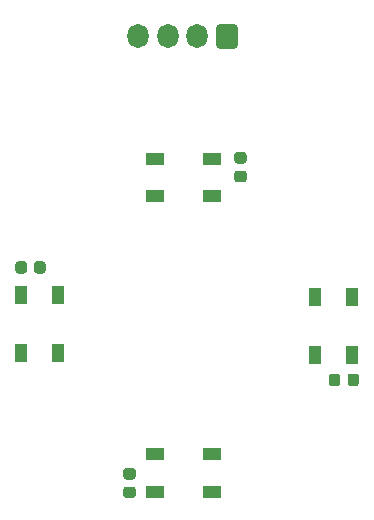
<source format=gbr>
%TF.GenerationSoftware,KiCad,Pcbnew,5.1.6-c6e7f7d~87~ubuntu18.04.1*%
%TF.CreationDate,2023-11-19T23:26:27+00:00*%
%TF.ProjectId,ws2812b_rgb_button,77733238-3132-4625-9f72-67625f627574,1.0*%
%TF.SameCoordinates,Original*%
%TF.FileFunction,Soldermask,Bot*%
%TF.FilePolarity,Negative*%
%FSLAX46Y46*%
G04 Gerber Fmt 4.6, Leading zero omitted, Abs format (unit mm)*
G04 Created by KiCad (PCBNEW 5.1.6-c6e7f7d~87~ubuntu18.04.1) date 2023-11-19 23:26:27*
%MOMM*%
%LPD*%
G01*
G04 APERTURE LIST*
%ADD10O,1.800000X2.050000*%
%ADD11R,1.600000X1.100000*%
%ADD12R,1.100000X1.600000*%
G04 APERTURE END LIST*
D10*
%TO.C,J1*%
X96259000Y-75946000D03*
X98759000Y-75946000D03*
X101259000Y-75946000D03*
G36*
G01*
X104659000Y-75185706D02*
X104659000Y-76706294D01*
G75*
G02*
X104394294Y-76971000I-264706J0D01*
G01*
X103123706Y-76971000D01*
G75*
G02*
X102859000Y-76706294I0J264706D01*
G01*
X102859000Y-75185706D01*
G75*
G02*
X103123706Y-74921000I264706J0D01*
G01*
X104394294Y-74921000D01*
G75*
G02*
X104659000Y-75185706I0J-264706D01*
G01*
G37*
%TD*%
D11*
%TO.C,D1*%
X97626000Y-89484000D03*
X97626000Y-86284000D03*
X102526000Y-89484000D03*
X102526000Y-86284000D03*
%TD*%
D12*
%TO.C,D2*%
X114376000Y-102907000D03*
X111176000Y-102907000D03*
X114376000Y-98007000D03*
X111176000Y-98007000D03*
%TD*%
D11*
%TO.C,D3*%
X102526000Y-111303000D03*
X102526000Y-114503000D03*
X97626000Y-111303000D03*
X97626000Y-114503000D03*
%TD*%
D12*
%TO.C,D4*%
X86284000Y-97880000D03*
X89484000Y-97880000D03*
X86284000Y-102780000D03*
X89484000Y-102780000D03*
%TD*%
%TO.C,C1*%
G36*
G01*
X104620750Y-85745500D02*
X105183250Y-85745500D01*
G75*
G02*
X105427000Y-85989250I0J-243750D01*
G01*
X105427000Y-86476750D01*
G75*
G02*
X105183250Y-86720500I-243750J0D01*
G01*
X104620750Y-86720500D01*
G75*
G02*
X104377000Y-86476750I0J243750D01*
G01*
X104377000Y-85989250D01*
G75*
G02*
X104620750Y-85745500I243750J0D01*
G01*
G37*
G36*
G01*
X104620750Y-87320500D02*
X105183250Y-87320500D01*
G75*
G02*
X105427000Y-87564250I0J-243750D01*
G01*
X105427000Y-88051750D01*
G75*
G02*
X105183250Y-88295500I-243750J0D01*
G01*
X104620750Y-88295500D01*
G75*
G02*
X104377000Y-88051750I0J243750D01*
G01*
X104377000Y-87564250D01*
G75*
G02*
X104620750Y-87320500I243750J0D01*
G01*
G37*
%TD*%
%TO.C,C2*%
G36*
G01*
X87422000Y-95785250D02*
X87422000Y-95222750D01*
G75*
G02*
X87665750Y-94979000I243750J0D01*
G01*
X88153250Y-94979000D01*
G75*
G02*
X88397000Y-95222750I0J-243750D01*
G01*
X88397000Y-95785250D01*
G75*
G02*
X88153250Y-96029000I-243750J0D01*
G01*
X87665750Y-96029000D01*
G75*
G02*
X87422000Y-95785250I0J243750D01*
G01*
G37*
G36*
G01*
X85847000Y-95785250D02*
X85847000Y-95222750D01*
G75*
G02*
X86090750Y-94979000I243750J0D01*
G01*
X86578250Y-94979000D01*
G75*
G02*
X86822000Y-95222750I0J-243750D01*
G01*
X86822000Y-95785250D01*
G75*
G02*
X86578250Y-96029000I-243750J0D01*
G01*
X86090750Y-96029000D01*
G75*
G02*
X85847000Y-95785250I0J243750D01*
G01*
G37*
%TD*%
%TO.C,C3*%
G36*
G01*
X95785250Y-115041500D02*
X95222750Y-115041500D01*
G75*
G02*
X94979000Y-114797750I0J243750D01*
G01*
X94979000Y-114310250D01*
G75*
G02*
X95222750Y-114066500I243750J0D01*
G01*
X95785250Y-114066500D01*
G75*
G02*
X96029000Y-114310250I0J-243750D01*
G01*
X96029000Y-114797750D01*
G75*
G02*
X95785250Y-115041500I-243750J0D01*
G01*
G37*
G36*
G01*
X95785250Y-113466500D02*
X95222750Y-113466500D01*
G75*
G02*
X94979000Y-113222750I0J243750D01*
G01*
X94979000Y-112735250D01*
G75*
G02*
X95222750Y-112491500I243750J0D01*
G01*
X95785250Y-112491500D01*
G75*
G02*
X96029000Y-112735250I0J-243750D01*
G01*
X96029000Y-113222750D01*
G75*
G02*
X95785250Y-113466500I-243750J0D01*
G01*
G37*
%TD*%
%TO.C,C4*%
G36*
G01*
X113365000Y-104747750D02*
X113365000Y-105310250D01*
G75*
G02*
X113121250Y-105554000I-243750J0D01*
G01*
X112633750Y-105554000D01*
G75*
G02*
X112390000Y-105310250I0J243750D01*
G01*
X112390000Y-104747750D01*
G75*
G02*
X112633750Y-104504000I243750J0D01*
G01*
X113121250Y-104504000D01*
G75*
G02*
X113365000Y-104747750I0J-243750D01*
G01*
G37*
G36*
G01*
X114940000Y-104747750D02*
X114940000Y-105310250D01*
G75*
G02*
X114696250Y-105554000I-243750J0D01*
G01*
X114208750Y-105554000D01*
G75*
G02*
X113965000Y-105310250I0J243750D01*
G01*
X113965000Y-104747750D01*
G75*
G02*
X114208750Y-104504000I243750J0D01*
G01*
X114696250Y-104504000D01*
G75*
G02*
X114940000Y-104747750I0J-243750D01*
G01*
G37*
%TD*%
M02*

</source>
